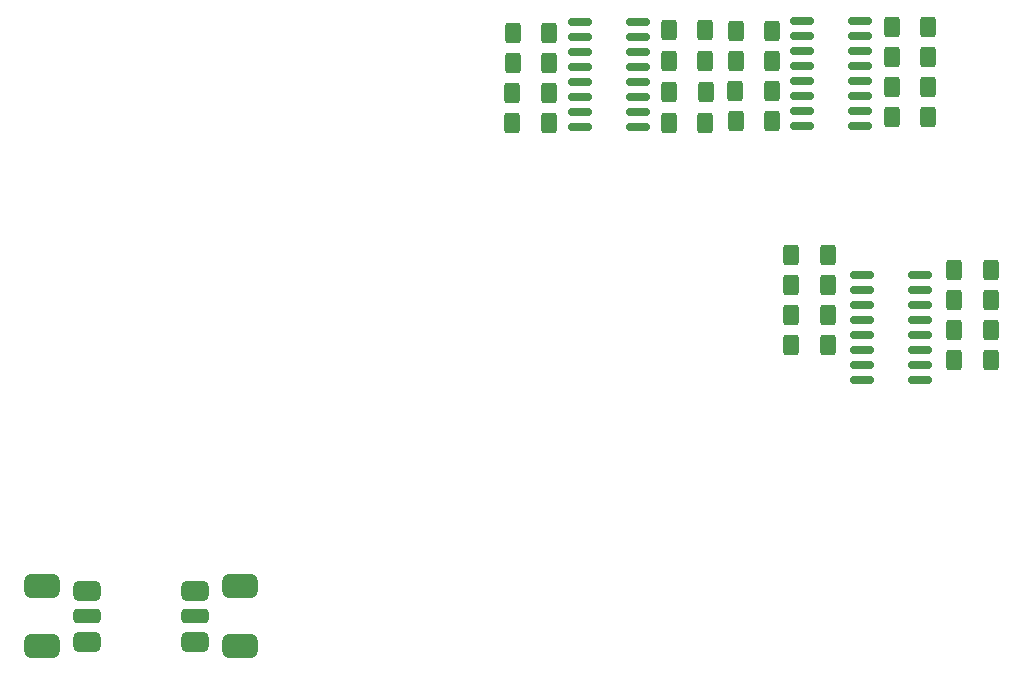
<source format=gtp>
%TF.GenerationSoftware,KiCad,Pcbnew,6.0.11+dfsg-1~bpo11+1*%
%TF.CreationDate,2023-11-13T20:24:00+01:00*%
%TF.ProjectId,v4_pico,76345f70-6963-46f2-9e6b-696361645f70,rev?*%
%TF.SameCoordinates,Original*%
%TF.FileFunction,Paste,Top*%
%TF.FilePolarity,Positive*%
%FSLAX46Y46*%
G04 Gerber Fmt 4.6, Leading zero omitted, Abs format (unit mm)*
G04 Created by KiCad (PCBNEW 6.0.11+dfsg-1~bpo11+1) date 2023-11-13 20:24:00*
%MOMM*%
%LPD*%
G01*
G04 APERTURE LIST*
G04 Aperture macros list*
%AMRoundRect*
0 Rectangle with rounded corners*
0 $1 Rounding radius*
0 $2 $3 $4 $5 $6 $7 $8 $9 X,Y pos of 4 corners*
0 Add a 4 corners polygon primitive as box body*
4,1,4,$2,$3,$4,$5,$6,$7,$8,$9,$2,$3,0*
0 Add four circle primitives for the rounded corners*
1,1,$1+$1,$2,$3*
1,1,$1+$1,$4,$5*
1,1,$1+$1,$6,$7*
1,1,$1+$1,$8,$9*
0 Add four rect primitives between the rounded corners*
20,1,$1+$1,$2,$3,$4,$5,0*
20,1,$1+$1,$4,$5,$6,$7,0*
20,1,$1+$1,$6,$7,$8,$9,0*
20,1,$1+$1,$8,$9,$2,$3,0*%
G04 Aperture macros list end*
%ADD10RoundRect,0.150000X-0.825000X-0.150000X0.825000X-0.150000X0.825000X0.150000X-0.825000X0.150000X0*%
%ADD11RoundRect,0.150000X0.825000X0.150000X-0.825000X0.150000X-0.825000X-0.150000X0.825000X-0.150000X0*%
%ADD12RoundRect,0.250000X-0.400000X-0.625000X0.400000X-0.625000X0.400000X0.625000X-0.400000X0.625000X0*%
%ADD13RoundRect,0.250000X0.400000X0.625000X-0.400000X0.625000X-0.400000X-0.625000X0.400000X-0.625000X0*%
%ADD14RoundRect,0.500000X-1.000000X-0.500000X1.000000X-0.500000X1.000000X0.500000X-1.000000X0.500000X0*%
%ADD15RoundRect,0.425000X-0.725000X-0.425000X0.725000X-0.425000X0.725000X0.425000X-0.725000X0.425000X0*%
%ADD16RoundRect,0.300000X-0.850000X-0.300000X0.850000X-0.300000X0.850000X0.300000X-0.850000X0.300000X0*%
G04 APERTURE END LIST*
D10*
X238190000Y-41910000D03*
X238190000Y-43180000D03*
X238190000Y-44450000D03*
X238190000Y-45720000D03*
X238190000Y-46990000D03*
X238190000Y-48260000D03*
X238190000Y-49530000D03*
X238190000Y-50800000D03*
X243140000Y-50800000D03*
X243140000Y-49530000D03*
X243140000Y-48260000D03*
X243140000Y-46990000D03*
X243140000Y-45720000D03*
X243140000Y-44450000D03*
X243140000Y-43180000D03*
X243140000Y-41910000D03*
X219394000Y-42037000D03*
X219394000Y-43307000D03*
X219394000Y-44577000D03*
X219394000Y-45847000D03*
X219394000Y-47117000D03*
X219394000Y-48387000D03*
X219394000Y-49657000D03*
X219394000Y-50927000D03*
X224344000Y-50927000D03*
X224344000Y-49657000D03*
X224344000Y-48387000D03*
X224344000Y-47117000D03*
X224344000Y-45847000D03*
X224344000Y-44577000D03*
X224344000Y-43307000D03*
X224344000Y-42037000D03*
D11*
X248220000Y-72317000D03*
X248220000Y-71047000D03*
X248220000Y-69777000D03*
X248220000Y-68507000D03*
X248220000Y-67237000D03*
X248220000Y-65967000D03*
X248220000Y-64697000D03*
X248220000Y-63427000D03*
X243270000Y-63427000D03*
X243270000Y-64697000D03*
X243270000Y-65967000D03*
X243270000Y-67237000D03*
X243270000Y-68507000D03*
X243270000Y-69777000D03*
X243270000Y-71047000D03*
X243270000Y-72317000D03*
D12*
X245784000Y-47498000D03*
X248884000Y-47498000D03*
X245784000Y-42418000D03*
X248884000Y-42418000D03*
D13*
X235676000Y-45339000D03*
X232576000Y-45339000D03*
X235702000Y-50419000D03*
X232602000Y-50419000D03*
D12*
X226949000Y-47934000D03*
X230049000Y-47934000D03*
X226923000Y-42710000D03*
X230023000Y-42710000D03*
D13*
X216815000Y-45466000D03*
X213715000Y-45466000D03*
X216789000Y-50546000D03*
X213689000Y-50546000D03*
X240411000Y-64262000D03*
X237311000Y-64262000D03*
X240411000Y-69342000D03*
X237311000Y-69342000D03*
D12*
X251079000Y-68072000D03*
X254179000Y-68072000D03*
X251079000Y-62992000D03*
X254179000Y-62992000D03*
X245784000Y-50038000D03*
X248884000Y-50038000D03*
X245784000Y-44958000D03*
X248884000Y-44958000D03*
D13*
X235676000Y-42799000D03*
X232576000Y-42799000D03*
X235650000Y-47879000D03*
X232550000Y-47879000D03*
D12*
X226923000Y-50546000D03*
X230023000Y-50546000D03*
X226923000Y-45322000D03*
X230023000Y-45322000D03*
D13*
X216815000Y-42926000D03*
X213715000Y-42926000D03*
X216789000Y-48006000D03*
X213689000Y-48006000D03*
X240411000Y-61722000D03*
X237311000Y-61722000D03*
X240411000Y-66802000D03*
X237311000Y-66802000D03*
D12*
X251079000Y-70612000D03*
X254179000Y-70612000D03*
X251079000Y-65532000D03*
X254179000Y-65532000D03*
D14*
X173863000Y-89796000D03*
X190627000Y-89796000D03*
D15*
X186817000Y-90186000D03*
X177673000Y-90186000D03*
D16*
X186817000Y-92336000D03*
D15*
X177673000Y-94486000D03*
D14*
X190627000Y-94876000D03*
D15*
X186817000Y-94486000D03*
D14*
X173863000Y-94876000D03*
D16*
X177673000Y-92336000D03*
M02*

</source>
